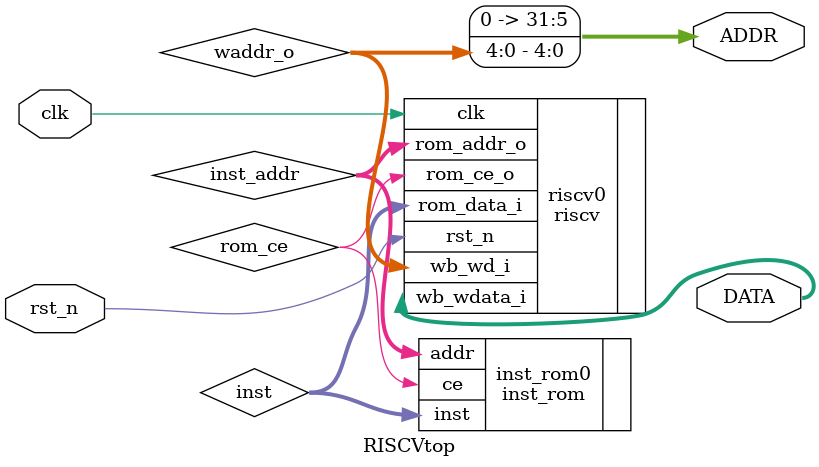
<source format=v>
`timescale 1ns / 1ps


module RISCVtop(
        input clk,
        input rst_n,
		output [31:0]   ADDR,
		output [31:0]  DATA
    );
wire [31:0] inst_addr;
wire [31:0] inst;
wire        rom_ce;
wire [4:0] waddr_o;
assign ADDR = {27'b0,waddr_o};
riscv riscv0(
    .clk(clk),
    .rst_n(rst_n),
    .rom_addr_o(inst_addr),
    .rom_data_i(inst),
    .rom_ce_o(rom_ce),
	.wb_wd_i(waddr_o),
	.wb_wdata_i(DATA)
);

inst_rom inst_rom0(
    .ce(rom_ce),
    .addr(inst_addr),
    .inst(inst)
);
endmodule

</source>
